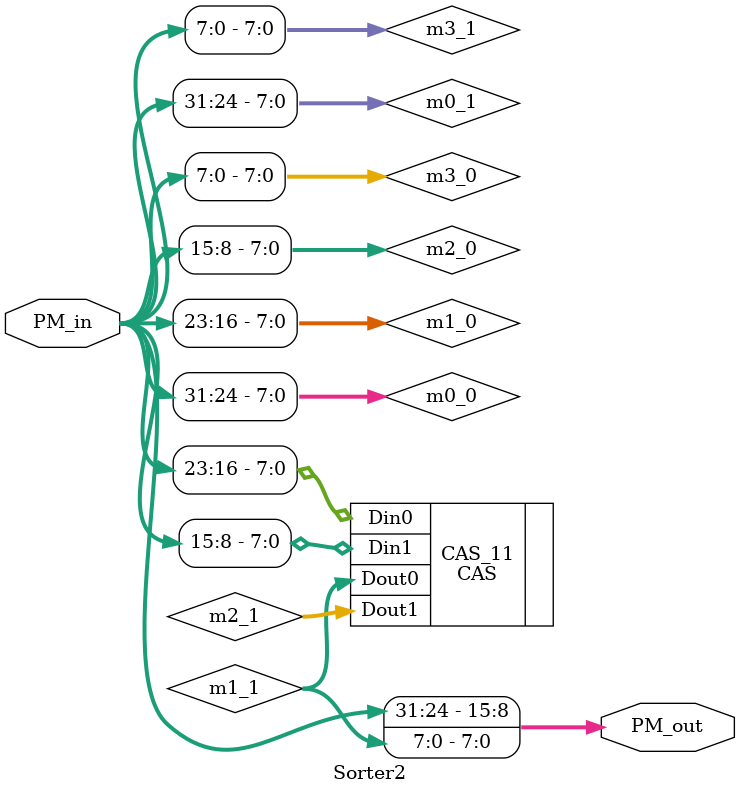
<source format=v>
`timescale 1ns / 1ps


module Sorter2(
    PM_in,
    PM_out
);

/*******************************************************************************/
/*                              Parameter                                      */
/*******************************************************************************/
parameter  PM_WIDTH = 8;
localparam L        = 2;
/*******************************************************************************/
/*                              IO Direction                                   */
/*******************************************************************************/
input  [PM_WIDTH*2*L-1:0] PM_in;
output [PM_WIDTH*L-1:0]   PM_out;
/*******************************************************************************/
/*                              Signal Declaration                             */
/*******************************************************************************/
// 第零阶段
wire [PM_WIDTH-1:0] m0_0;
wire [PM_WIDTH-1:0] m1_0;
wire [PM_WIDTH-1:0] m2_0;
wire [PM_WIDTH-1:0] m3_0;

// 第一阶段
wire [PM_WIDTH-1:0] m0_1;
wire [PM_WIDTH-1:0] m1_1;
wire [PM_WIDTH-1:0] m2_1;
wire [PM_WIDTH-1:0] m3_1;
/*******************************************************************************/
/*                              Instance                                       */
/*******************************************************************************/
/*******************************************************************************/
/*                              Logic                                          */
/*******************************************************************************/
assign {m0_0, m1_0, m2_0, m3_0} = PM_in;
assign PM_out = {m0_1, m1_1};

// 第一阶段
assign m0_1 = m0_0;
CAS #(.PM_WIDTH(PM_WIDTH)) CAS_11 (.Din0(m1_0), .Din1(m2_0), .Dout0(m1_1), .Dout1(m2_1));
assign m3_1 = m3_0;
endmodule

</source>
